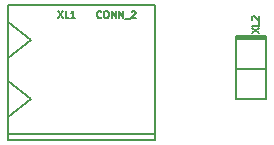
<source format=gto>
G04 (created by PCBNEW (2013-07-07 BZR 4022)-stable) date 25/11/2014 19:53:50*
%MOIN*%
G04 Gerber Fmt 3.4, Leading zero omitted, Abs format*
%FSLAX34Y34*%
G01*
G70*
G90*
G04 APERTURE LIST*
%ADD10C,0.00590551*%
%ADD11C,0.00787402*%
G04 APERTURE END LIST*
G54D10*
G54D11*
X62598Y-50787D02*
X63385Y-51377D01*
X63385Y-51377D02*
X62598Y-51968D01*
X62598Y-48818D02*
X63385Y-49409D01*
X63385Y-49409D02*
X62598Y-50000D01*
X67519Y-52559D02*
X62598Y-52559D01*
X67519Y-48228D02*
X62598Y-48228D01*
X62598Y-48228D02*
X62598Y-52755D01*
X62598Y-52755D02*
X67519Y-52755D01*
X67519Y-52755D02*
X67519Y-48228D01*
X70208Y-51393D02*
X70208Y-49393D01*
X71208Y-51393D02*
X71208Y-49393D01*
X70208Y-49343D02*
X70208Y-49393D01*
X71208Y-49393D02*
X71208Y-49293D01*
X71208Y-49293D02*
X70208Y-49293D01*
X70208Y-49293D02*
X70208Y-49343D01*
X70208Y-49343D02*
X71158Y-49343D01*
X71208Y-50393D02*
X70208Y-50393D01*
X71208Y-51393D02*
X70208Y-51393D01*
X70208Y-49393D02*
X71208Y-49393D01*
G54D10*
X64280Y-48442D02*
X64437Y-48678D01*
X64437Y-48442D02*
X64280Y-48678D01*
X64640Y-48678D02*
X64527Y-48678D01*
X64527Y-48442D01*
X64842Y-48678D02*
X64707Y-48678D01*
X64775Y-48678D02*
X64775Y-48442D01*
X64752Y-48475D01*
X64730Y-48498D01*
X64707Y-48509D01*
X65719Y-48655D02*
X65708Y-48667D01*
X65674Y-48678D01*
X65652Y-48678D01*
X65618Y-48667D01*
X65596Y-48644D01*
X65584Y-48622D01*
X65573Y-48577D01*
X65573Y-48543D01*
X65584Y-48498D01*
X65596Y-48475D01*
X65618Y-48453D01*
X65652Y-48442D01*
X65674Y-48442D01*
X65708Y-48453D01*
X65719Y-48464D01*
X65866Y-48442D02*
X65911Y-48442D01*
X65933Y-48453D01*
X65956Y-48475D01*
X65967Y-48520D01*
X65967Y-48599D01*
X65956Y-48644D01*
X65933Y-48667D01*
X65911Y-48678D01*
X65866Y-48678D01*
X65843Y-48667D01*
X65821Y-48644D01*
X65809Y-48599D01*
X65809Y-48520D01*
X65821Y-48475D01*
X65843Y-48453D01*
X65866Y-48442D01*
X66068Y-48678D02*
X66068Y-48442D01*
X66203Y-48678D01*
X66203Y-48442D01*
X66316Y-48678D02*
X66316Y-48442D01*
X66451Y-48678D01*
X66451Y-48442D01*
X66507Y-48700D02*
X66687Y-48700D01*
X66732Y-48464D02*
X66743Y-48453D01*
X66766Y-48442D01*
X66822Y-48442D01*
X66844Y-48453D01*
X66856Y-48464D01*
X66867Y-48487D01*
X66867Y-48509D01*
X66856Y-48543D01*
X66721Y-48678D01*
X66867Y-48678D01*
X70725Y-49184D02*
X70961Y-49026D01*
X70725Y-49026D02*
X70961Y-49184D01*
X70961Y-48824D02*
X70961Y-48937D01*
X70725Y-48937D01*
X70748Y-48757D02*
X70736Y-48745D01*
X70725Y-48723D01*
X70725Y-48667D01*
X70736Y-48644D01*
X70748Y-48633D01*
X70770Y-48622D01*
X70793Y-48622D01*
X70826Y-48633D01*
X70961Y-48768D01*
X70961Y-48622D01*
M02*

</source>
